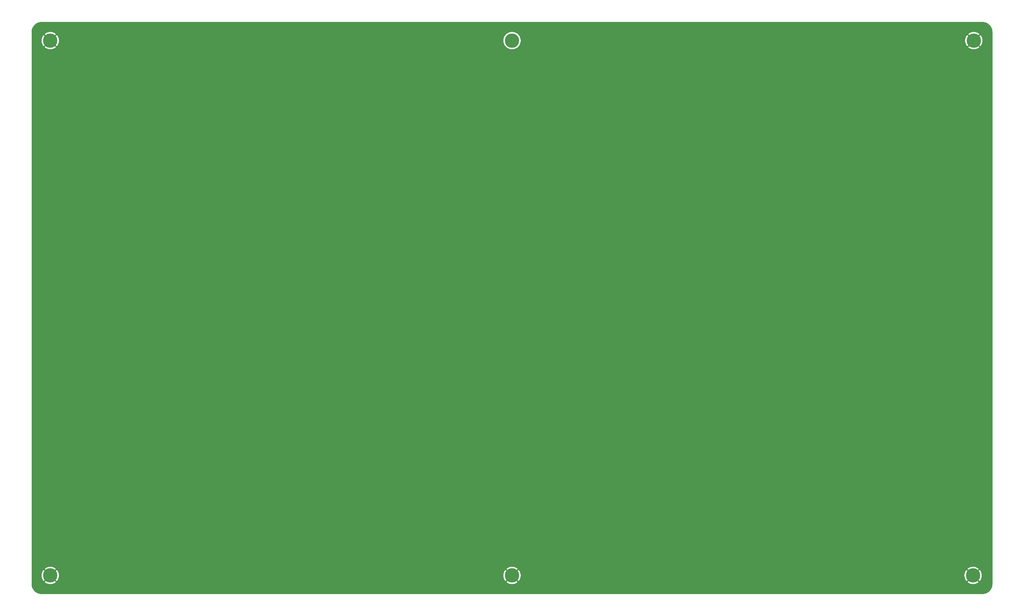
<source format=gbr>
%TF.GenerationSoftware,KiCad,Pcbnew,9.0.1*%
%TF.CreationDate,2025-10-30T11:08:16+00:00*%
%TF.ProjectId,WEASEL_KiCad,57454153-454c-45f4-9b69-4361642e6b69,rev?*%
%TF.SameCoordinates,Original*%
%TF.FileFunction,Copper,L2,Bot*%
%TF.FilePolarity,Positive*%
%FSLAX46Y46*%
G04 Gerber Fmt 4.6, Leading zero omitted, Abs format (unit mm)*
G04 Created by KiCad (PCBNEW 9.0.1) date 2025-10-30 11:08:16*
%MOMM*%
%LPD*%
G01*
G04 APERTURE LIST*
%TA.AperFunction,ComponentPad*%
%ADD10C,5.000000*%
%TD*%
G04 APERTURE END LIST*
D10*
%TO.P,,*%
%TO.N,GND*%
X342500000Y-419000000D03*
%TD*%
%TO.P,,*%
%TO.N,GND*%
X182000000Y-605000000D03*
%TD*%
%TO.P,REF\u002A\u002A,*%
%TO.N,GND*%
X21500000Y-419000000D03*
%TD*%
%TO.P,,*%
%TO.N,*%
X182000000Y-419000000D03*
%TD*%
%TO.P,,*%
%TO.N,GND*%
X21500000Y-605000000D03*
%TD*%
%TO.P,,*%
%TO.N,GND*%
X342250000Y-605000000D03*
%TD*%
%TA.AperFunction,Conductor*%
%TO.N,GND*%
G36*
X345503032Y-412500648D02*
G01*
X345836929Y-412517052D01*
X345849037Y-412518245D01*
X345952146Y-412533539D01*
X346176699Y-412566849D01*
X346188617Y-412569219D01*
X346509951Y-412649709D01*
X346521588Y-412653240D01*
X346592806Y-412678722D01*
X346833467Y-412764832D01*
X346844688Y-412769479D01*
X347144163Y-412911120D01*
X347154871Y-412916844D01*
X347438988Y-413087137D01*
X347449106Y-413093897D01*
X347715170Y-413291224D01*
X347724576Y-413298944D01*
X347970013Y-413521395D01*
X347978604Y-413529986D01*
X348165755Y-413736475D01*
X348201055Y-413775423D01*
X348208775Y-413784829D01*
X348406102Y-414050893D01*
X348412862Y-414061011D01*
X348541776Y-414276092D01*
X348583148Y-414345116D01*
X348588885Y-414355848D01*
X348730514Y-414655297D01*
X348735170Y-414666540D01*
X348846759Y-414978411D01*
X348850292Y-414990055D01*
X348930777Y-415311369D01*
X348933151Y-415323305D01*
X348981754Y-415650962D01*
X348982947Y-415663071D01*
X348999351Y-415996966D01*
X348999500Y-416003051D01*
X348999500Y-607996948D01*
X348999351Y-608003033D01*
X348982947Y-608336928D01*
X348981754Y-608349037D01*
X348933151Y-608676694D01*
X348930777Y-608688630D01*
X348850292Y-609009944D01*
X348846759Y-609021588D01*
X348735170Y-609333459D01*
X348730514Y-609344702D01*
X348588885Y-609644151D01*
X348583148Y-609654883D01*
X348412862Y-609938988D01*
X348406102Y-609949106D01*
X348208775Y-610215170D01*
X348201055Y-610224576D01*
X347978611Y-610470006D01*
X347970006Y-610478611D01*
X347724576Y-610701055D01*
X347715170Y-610708775D01*
X347449106Y-610906102D01*
X347438988Y-610912862D01*
X347154883Y-611083148D01*
X347144151Y-611088885D01*
X346844702Y-611230514D01*
X346833459Y-611235170D01*
X346521588Y-611346759D01*
X346509944Y-611350292D01*
X346188630Y-611430777D01*
X346176694Y-611433151D01*
X345849037Y-611481754D01*
X345836928Y-611482947D01*
X345521989Y-611498419D01*
X345503031Y-611499351D01*
X345496949Y-611499500D01*
X18503051Y-611499500D01*
X18496968Y-611499351D01*
X18476900Y-611498365D01*
X18163071Y-611482947D01*
X18150962Y-611481754D01*
X17823305Y-611433151D01*
X17811369Y-611430777D01*
X17490055Y-611350292D01*
X17478411Y-611346759D01*
X17166540Y-611235170D01*
X17155301Y-611230515D01*
X16855844Y-611088883D01*
X16845121Y-611083150D01*
X16561011Y-610912862D01*
X16550893Y-610906102D01*
X16284829Y-610708775D01*
X16275423Y-610701055D01*
X16236475Y-610665755D01*
X16029986Y-610478604D01*
X16021395Y-610470013D01*
X15798944Y-610224576D01*
X15791224Y-610215170D01*
X15593897Y-609949106D01*
X15587137Y-609938988D01*
X15416844Y-609654871D01*
X15411120Y-609644163D01*
X15269479Y-609344688D01*
X15264829Y-609333459D01*
X15153240Y-609021588D01*
X15149707Y-609009944D01*
X15140958Y-608975015D01*
X15069219Y-608688617D01*
X15066848Y-608676694D01*
X15018245Y-608349037D01*
X15017052Y-608336927D01*
X15000649Y-608003032D01*
X15000500Y-607996948D01*
X15000500Y-604831519D01*
X18500000Y-604831519D01*
X18500000Y-605168480D01*
X18537725Y-605503297D01*
X18537727Y-605503313D01*
X18612705Y-605831814D01*
X18612709Y-605831826D01*
X18723995Y-606149862D01*
X18870191Y-606453440D01*
X19049461Y-606738747D01*
X19208397Y-606938048D01*
X20205747Y-605940697D01*
X20279588Y-606042330D01*
X20457670Y-606220412D01*
X20559300Y-606294251D01*
X19561950Y-607291601D01*
X19761252Y-607450538D01*
X20046559Y-607629808D01*
X20350137Y-607776004D01*
X20668173Y-607887290D01*
X20668185Y-607887294D01*
X20996686Y-607962272D01*
X20996702Y-607962274D01*
X21331519Y-607999999D01*
X21331521Y-608000000D01*
X21668479Y-608000000D01*
X21668480Y-607999999D01*
X22003297Y-607962274D01*
X22003313Y-607962272D01*
X22331814Y-607887294D01*
X22331826Y-607887290D01*
X22649862Y-607776004D01*
X22953440Y-607629808D01*
X23238747Y-607450538D01*
X23438048Y-607291600D01*
X22440698Y-606294251D01*
X22542330Y-606220412D01*
X22720412Y-606042330D01*
X22794251Y-605940698D01*
X23791600Y-606938048D01*
X23950538Y-606738747D01*
X24129808Y-606453440D01*
X24276004Y-606149862D01*
X24387290Y-605831826D01*
X24387294Y-605831814D01*
X24462272Y-605503313D01*
X24462274Y-605503297D01*
X24499999Y-605168480D01*
X24500000Y-605168478D01*
X24500000Y-604831521D01*
X24499999Y-604831519D01*
X179000000Y-604831519D01*
X179000000Y-605168480D01*
X179037725Y-605503297D01*
X179037727Y-605503313D01*
X179112705Y-605831814D01*
X179112709Y-605831826D01*
X179223995Y-606149862D01*
X179370191Y-606453440D01*
X179549461Y-606738747D01*
X179708397Y-606938048D01*
X180705747Y-605940697D01*
X180779588Y-606042330D01*
X180957670Y-606220412D01*
X181059300Y-606294251D01*
X180061950Y-607291601D01*
X180261252Y-607450538D01*
X180546559Y-607629808D01*
X180850137Y-607776004D01*
X181168173Y-607887290D01*
X181168185Y-607887294D01*
X181496686Y-607962272D01*
X181496702Y-607962274D01*
X181831519Y-607999999D01*
X181831521Y-608000000D01*
X182168479Y-608000000D01*
X182168480Y-607999999D01*
X182503297Y-607962274D01*
X182503313Y-607962272D01*
X182831814Y-607887294D01*
X182831826Y-607887290D01*
X183149862Y-607776004D01*
X183453440Y-607629808D01*
X183738747Y-607450538D01*
X183938048Y-607291600D01*
X182940698Y-606294251D01*
X183042330Y-606220412D01*
X183220412Y-606042330D01*
X183294251Y-605940699D01*
X184291600Y-606938048D01*
X184450538Y-606738747D01*
X184629808Y-606453440D01*
X184776004Y-606149862D01*
X184887290Y-605831826D01*
X184887294Y-605831814D01*
X184962272Y-605503313D01*
X184962274Y-605503297D01*
X184999999Y-605168480D01*
X185000000Y-605168478D01*
X185000000Y-604831521D01*
X184999999Y-604831519D01*
X339250000Y-604831519D01*
X339250000Y-605168480D01*
X339287725Y-605503297D01*
X339287727Y-605503313D01*
X339362705Y-605831814D01*
X339362709Y-605831826D01*
X339473995Y-606149862D01*
X339620191Y-606453440D01*
X339799461Y-606738747D01*
X339958397Y-606938048D01*
X340955747Y-605940697D01*
X341029588Y-606042330D01*
X341207670Y-606220412D01*
X341309300Y-606294251D01*
X340311950Y-607291601D01*
X340511252Y-607450538D01*
X340796559Y-607629808D01*
X341100137Y-607776004D01*
X341418173Y-607887290D01*
X341418185Y-607887294D01*
X341746686Y-607962272D01*
X341746702Y-607962274D01*
X342081519Y-607999999D01*
X342081521Y-608000000D01*
X342418479Y-608000000D01*
X342418480Y-607999999D01*
X342753297Y-607962274D01*
X342753313Y-607962272D01*
X343081814Y-607887294D01*
X343081826Y-607887290D01*
X343399862Y-607776004D01*
X343703440Y-607629808D01*
X343988747Y-607450538D01*
X344188048Y-607291600D01*
X343190698Y-606294251D01*
X343292330Y-606220412D01*
X343470412Y-606042330D01*
X343544251Y-605940699D01*
X344541600Y-606938048D01*
X344700538Y-606738747D01*
X344879808Y-606453440D01*
X345026004Y-606149862D01*
X345137290Y-605831826D01*
X345137294Y-605831814D01*
X345212272Y-605503313D01*
X345212274Y-605503297D01*
X345249999Y-605168480D01*
X345250000Y-605168478D01*
X345250000Y-604831521D01*
X345249999Y-604831519D01*
X345212274Y-604496702D01*
X345212272Y-604496686D01*
X345137294Y-604168185D01*
X345137290Y-604168173D01*
X345026004Y-603850137D01*
X344879808Y-603546559D01*
X344700538Y-603261252D01*
X344541601Y-603061950D01*
X343544250Y-604059300D01*
X343470412Y-603957670D01*
X343292330Y-603779588D01*
X343190697Y-603705747D01*
X344188048Y-602708397D01*
X343988747Y-602549461D01*
X343703440Y-602370191D01*
X343399862Y-602223995D01*
X343081826Y-602112709D01*
X343081814Y-602112705D01*
X342753313Y-602037727D01*
X342753297Y-602037725D01*
X342418480Y-602000000D01*
X342081519Y-602000000D01*
X341746702Y-602037725D01*
X341746686Y-602037727D01*
X341418185Y-602112705D01*
X341418173Y-602112709D01*
X341100137Y-602223995D01*
X340796559Y-602370191D01*
X340511252Y-602549461D01*
X340311950Y-602708397D01*
X341309301Y-603705748D01*
X341207670Y-603779588D01*
X341029588Y-603957670D01*
X340955748Y-604059301D01*
X339958397Y-603061950D01*
X339799461Y-603261252D01*
X339620191Y-603546559D01*
X339473995Y-603850137D01*
X339362709Y-604168173D01*
X339362705Y-604168185D01*
X339287727Y-604496686D01*
X339287725Y-604496702D01*
X339250000Y-604831519D01*
X184999999Y-604831519D01*
X184962274Y-604496702D01*
X184962272Y-604496686D01*
X184887294Y-604168185D01*
X184887290Y-604168173D01*
X184776004Y-603850137D01*
X184629808Y-603546559D01*
X184450538Y-603261252D01*
X184291601Y-603061950D01*
X183294250Y-604059300D01*
X183220412Y-603957670D01*
X183042330Y-603779588D01*
X182940697Y-603705747D01*
X183938048Y-602708397D01*
X183738747Y-602549461D01*
X183453440Y-602370191D01*
X183149862Y-602223995D01*
X182831826Y-602112709D01*
X182831814Y-602112705D01*
X182503313Y-602037727D01*
X182503297Y-602037725D01*
X182168480Y-602000000D01*
X181831519Y-602000000D01*
X181496702Y-602037725D01*
X181496686Y-602037727D01*
X181168185Y-602112705D01*
X181168173Y-602112709D01*
X180850137Y-602223995D01*
X180546559Y-602370191D01*
X180261252Y-602549461D01*
X180061950Y-602708397D01*
X181059301Y-603705748D01*
X180957670Y-603779588D01*
X180779588Y-603957670D01*
X180705748Y-604059301D01*
X179708397Y-603061950D01*
X179549461Y-603261252D01*
X179370191Y-603546559D01*
X179223995Y-603850137D01*
X179112709Y-604168173D01*
X179112705Y-604168185D01*
X179037727Y-604496686D01*
X179037725Y-604496702D01*
X179000000Y-604831519D01*
X24499999Y-604831519D01*
X24462274Y-604496702D01*
X24462272Y-604496686D01*
X24387294Y-604168185D01*
X24387290Y-604168173D01*
X24276004Y-603850137D01*
X24129808Y-603546559D01*
X23950538Y-603261252D01*
X23791601Y-603061950D01*
X22794250Y-604059300D01*
X22720412Y-603957670D01*
X22542330Y-603779588D01*
X22440697Y-603705747D01*
X23438048Y-602708397D01*
X23238747Y-602549461D01*
X22953440Y-602370191D01*
X22649862Y-602223995D01*
X22331826Y-602112709D01*
X22331814Y-602112705D01*
X22003313Y-602037727D01*
X22003297Y-602037725D01*
X21668480Y-602000000D01*
X21331519Y-602000000D01*
X20996702Y-602037725D01*
X20996686Y-602037727D01*
X20668185Y-602112705D01*
X20668173Y-602112709D01*
X20350137Y-602223995D01*
X20046559Y-602370191D01*
X19761252Y-602549461D01*
X19561950Y-602708397D01*
X20559301Y-603705748D01*
X20457670Y-603779588D01*
X20279588Y-603957670D01*
X20205748Y-604059301D01*
X19208397Y-603061950D01*
X19049461Y-603261252D01*
X18870191Y-603546559D01*
X18723995Y-603850137D01*
X18612709Y-604168173D01*
X18612705Y-604168185D01*
X18537727Y-604496686D01*
X18537725Y-604496702D01*
X18500000Y-604831519D01*
X15000500Y-604831519D01*
X15000500Y-418831519D01*
X18500000Y-418831519D01*
X18500000Y-419168480D01*
X18537725Y-419503297D01*
X18537727Y-419503313D01*
X18612705Y-419831814D01*
X18612709Y-419831826D01*
X18723995Y-420149862D01*
X18870191Y-420453440D01*
X19049461Y-420738747D01*
X19208397Y-420938048D01*
X20205747Y-419940697D01*
X20279588Y-420042330D01*
X20457670Y-420220412D01*
X20559300Y-420294251D01*
X19561950Y-421291601D01*
X19761252Y-421450538D01*
X20046559Y-421629808D01*
X20350137Y-421776004D01*
X20668173Y-421887290D01*
X20668185Y-421887294D01*
X20996686Y-421962272D01*
X20996702Y-421962274D01*
X21331519Y-421999999D01*
X21331521Y-422000000D01*
X21668479Y-422000000D01*
X21668480Y-421999999D01*
X22003297Y-421962274D01*
X22003313Y-421962272D01*
X22331814Y-421887294D01*
X22331826Y-421887290D01*
X22649862Y-421776004D01*
X22953440Y-421629808D01*
X23238747Y-421450538D01*
X23438048Y-421291600D01*
X22440698Y-420294251D01*
X22542330Y-420220412D01*
X22720412Y-420042330D01*
X22794251Y-419940698D01*
X23791600Y-420938048D01*
X23950538Y-420738747D01*
X24129808Y-420453440D01*
X24276004Y-420149862D01*
X24387290Y-419831826D01*
X24387294Y-419831814D01*
X24462272Y-419503313D01*
X24462274Y-419503297D01*
X24499999Y-419168480D01*
X24500000Y-419168478D01*
X24500000Y-418831520D01*
X24499997Y-418831491D01*
X178999500Y-418831491D01*
X178999500Y-419168508D01*
X179037231Y-419503381D01*
X179037233Y-419503397D01*
X179112223Y-419831953D01*
X179112227Y-419831965D01*
X179223532Y-420150054D01*
X179369752Y-420453683D01*
X179369754Y-420453686D01*
X179549054Y-420739039D01*
X179759175Y-421002523D01*
X179997477Y-421240825D01*
X180260961Y-421450946D01*
X180546314Y-421630246D01*
X180849949Y-421776469D01*
X181088848Y-421860063D01*
X181168034Y-421887772D01*
X181168046Y-421887776D01*
X181496606Y-421962767D01*
X181831492Y-422000499D01*
X181831493Y-422000500D01*
X181831496Y-422000500D01*
X182168507Y-422000500D01*
X182168507Y-422000499D01*
X182503394Y-421962767D01*
X182831954Y-421887776D01*
X183150051Y-421776469D01*
X183453686Y-421630246D01*
X183739039Y-421450946D01*
X184002523Y-421240825D01*
X184240825Y-421002523D01*
X184450946Y-420739039D01*
X184630246Y-420453686D01*
X184776469Y-420150051D01*
X184887776Y-419831954D01*
X184962767Y-419503394D01*
X185000500Y-419168504D01*
X185000500Y-418831519D01*
X339500000Y-418831519D01*
X339500000Y-419168480D01*
X339537725Y-419503297D01*
X339537727Y-419503313D01*
X339612705Y-419831814D01*
X339612709Y-419831826D01*
X339723995Y-420149862D01*
X339870191Y-420453440D01*
X340049461Y-420738747D01*
X340208397Y-420938048D01*
X341205747Y-419940697D01*
X341279588Y-420042330D01*
X341457670Y-420220412D01*
X341559300Y-420294251D01*
X340561950Y-421291601D01*
X340761252Y-421450538D01*
X341046559Y-421629808D01*
X341350137Y-421776004D01*
X341668173Y-421887290D01*
X341668185Y-421887294D01*
X341996686Y-421962272D01*
X341996702Y-421962274D01*
X342331519Y-421999999D01*
X342331521Y-422000000D01*
X342668479Y-422000000D01*
X342668480Y-421999999D01*
X343003297Y-421962274D01*
X343003313Y-421962272D01*
X343331814Y-421887294D01*
X343331826Y-421887290D01*
X343649862Y-421776004D01*
X343953440Y-421629808D01*
X344238747Y-421450538D01*
X344438048Y-421291600D01*
X343440698Y-420294251D01*
X343542330Y-420220412D01*
X343720412Y-420042330D01*
X343794251Y-419940698D01*
X344791600Y-420938048D01*
X344950538Y-420738747D01*
X345129808Y-420453440D01*
X345276004Y-420149862D01*
X345387290Y-419831826D01*
X345387294Y-419831814D01*
X345462272Y-419503313D01*
X345462274Y-419503297D01*
X345499999Y-419168480D01*
X345500000Y-419168478D01*
X345500000Y-418831521D01*
X345499999Y-418831519D01*
X345462274Y-418496702D01*
X345462272Y-418496686D01*
X345387294Y-418168185D01*
X345387290Y-418168173D01*
X345276004Y-417850137D01*
X345129808Y-417546559D01*
X344950538Y-417261252D01*
X344791601Y-417061950D01*
X343794250Y-418059300D01*
X343720412Y-417957670D01*
X343542330Y-417779588D01*
X343440697Y-417705747D01*
X344438048Y-416708397D01*
X344238747Y-416549461D01*
X343953440Y-416370191D01*
X343649862Y-416223995D01*
X343331826Y-416112709D01*
X343331814Y-416112705D01*
X343003313Y-416037727D01*
X343003297Y-416037725D01*
X342668480Y-416000000D01*
X342331519Y-416000000D01*
X341996702Y-416037725D01*
X341996686Y-416037727D01*
X341668185Y-416112705D01*
X341668173Y-416112709D01*
X341350137Y-416223995D01*
X341046559Y-416370191D01*
X340761252Y-416549461D01*
X340561950Y-416708397D01*
X341559301Y-417705748D01*
X341457670Y-417779588D01*
X341279588Y-417957670D01*
X341205748Y-418059301D01*
X340208397Y-417061950D01*
X340049461Y-417261252D01*
X339870191Y-417546559D01*
X339723995Y-417850137D01*
X339612709Y-418168173D01*
X339612705Y-418168185D01*
X339537727Y-418496686D01*
X339537725Y-418496702D01*
X339500000Y-418831519D01*
X185000500Y-418831519D01*
X185000500Y-418831496D01*
X184962767Y-418496606D01*
X184887776Y-418168046D01*
X184885456Y-418161417D01*
X184814162Y-417957670D01*
X184776469Y-417849949D01*
X184630246Y-417546314D01*
X184450946Y-417260961D01*
X184240825Y-416997477D01*
X184002523Y-416759175D01*
X183739039Y-416549054D01*
X183541953Y-416425216D01*
X183453683Y-416369752D01*
X183150054Y-416223532D01*
X182831965Y-416112227D01*
X182831953Y-416112223D01*
X182503397Y-416037233D01*
X182503381Y-416037231D01*
X182168508Y-415999500D01*
X182168504Y-415999500D01*
X181831496Y-415999500D01*
X181831491Y-415999500D01*
X181496618Y-416037231D01*
X181496602Y-416037233D01*
X181168046Y-416112223D01*
X181168034Y-416112227D01*
X180849945Y-416223532D01*
X180546316Y-416369752D01*
X180260962Y-416549053D01*
X179997477Y-416759174D01*
X179759174Y-416997477D01*
X179549053Y-417260962D01*
X179369752Y-417546316D01*
X179223532Y-417849945D01*
X179112227Y-418168034D01*
X179112223Y-418168046D01*
X179037233Y-418496602D01*
X179037231Y-418496618D01*
X178999500Y-418831491D01*
X24499997Y-418831491D01*
X24462274Y-418496702D01*
X24462272Y-418496686D01*
X24387294Y-418168185D01*
X24387290Y-418168173D01*
X24276004Y-417850137D01*
X24129808Y-417546559D01*
X23950538Y-417261252D01*
X23791601Y-417061950D01*
X22794250Y-418059300D01*
X22720412Y-417957670D01*
X22542330Y-417779588D01*
X22440697Y-417705747D01*
X23438048Y-416708397D01*
X23238747Y-416549461D01*
X22953440Y-416370191D01*
X22649862Y-416223995D01*
X22331826Y-416112709D01*
X22331814Y-416112705D01*
X22003313Y-416037727D01*
X22003297Y-416037725D01*
X21668480Y-416000000D01*
X21331519Y-416000000D01*
X20996702Y-416037725D01*
X20996686Y-416037727D01*
X20668185Y-416112705D01*
X20668173Y-416112709D01*
X20350137Y-416223995D01*
X20046559Y-416370191D01*
X19761252Y-416549461D01*
X19561950Y-416708397D01*
X20559301Y-417705748D01*
X20457670Y-417779588D01*
X20279588Y-417957670D01*
X20205748Y-418059301D01*
X19208397Y-417061950D01*
X19049461Y-417261252D01*
X18870191Y-417546559D01*
X18723995Y-417850137D01*
X18612709Y-418168173D01*
X18612705Y-418168185D01*
X18537727Y-418496686D01*
X18537725Y-418496702D01*
X18500000Y-418831519D01*
X15000500Y-418831519D01*
X15000500Y-416003051D01*
X15000649Y-415996967D01*
X15017052Y-415663072D01*
X15018245Y-415650962D01*
X15066849Y-415323296D01*
X15069218Y-415311385D01*
X15149710Y-414990043D01*
X15153240Y-414978411D01*
X15264835Y-414666525D01*
X15269476Y-414655318D01*
X15411124Y-414355828D01*
X15416840Y-414345136D01*
X15587145Y-414060998D01*
X15593888Y-414050905D01*
X15791232Y-413784818D01*
X15798935Y-413775433D01*
X16021405Y-413529975D01*
X16029975Y-413521405D01*
X16275433Y-413298935D01*
X16284818Y-413291232D01*
X16550905Y-413093888D01*
X16560998Y-413087145D01*
X16845136Y-412916840D01*
X16855828Y-412911124D01*
X17155318Y-412769476D01*
X17166525Y-412764835D01*
X17478412Y-412653239D01*
X17490043Y-412649710D01*
X17811385Y-412569218D01*
X17823296Y-412566849D01*
X18150962Y-412518244D01*
X18163068Y-412517052D01*
X18496967Y-412500648D01*
X18503051Y-412500500D01*
X18565892Y-412500500D01*
X345434108Y-412500500D01*
X345496949Y-412500500D01*
X345503032Y-412500648D01*
G37*
%TD.AperFunction*%
%TD*%
M02*

</source>
